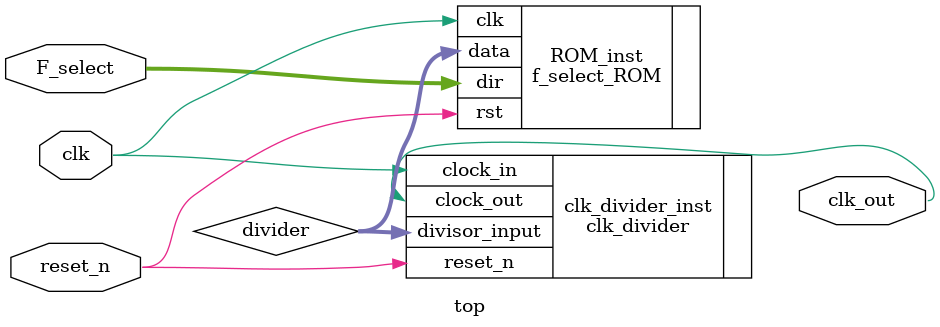
<source format=v>
module top (
    input clk,
    input reset_n,
    input [4:0] F_select,
    output reg clk_out
);

wire [27:0] divider;

f_select_ROM  ROM_inst (
	 .clk(clk),
    .dir(F_select),
    .rst(reset_n),
    .data(divider)
);

clk_divider clk_divider_inst (
    .clock_in(clk),
	.reset_n(reset_n),
    .divisor_input(divider),
    .clock_out (clk_out)
);

endmodule


</source>
